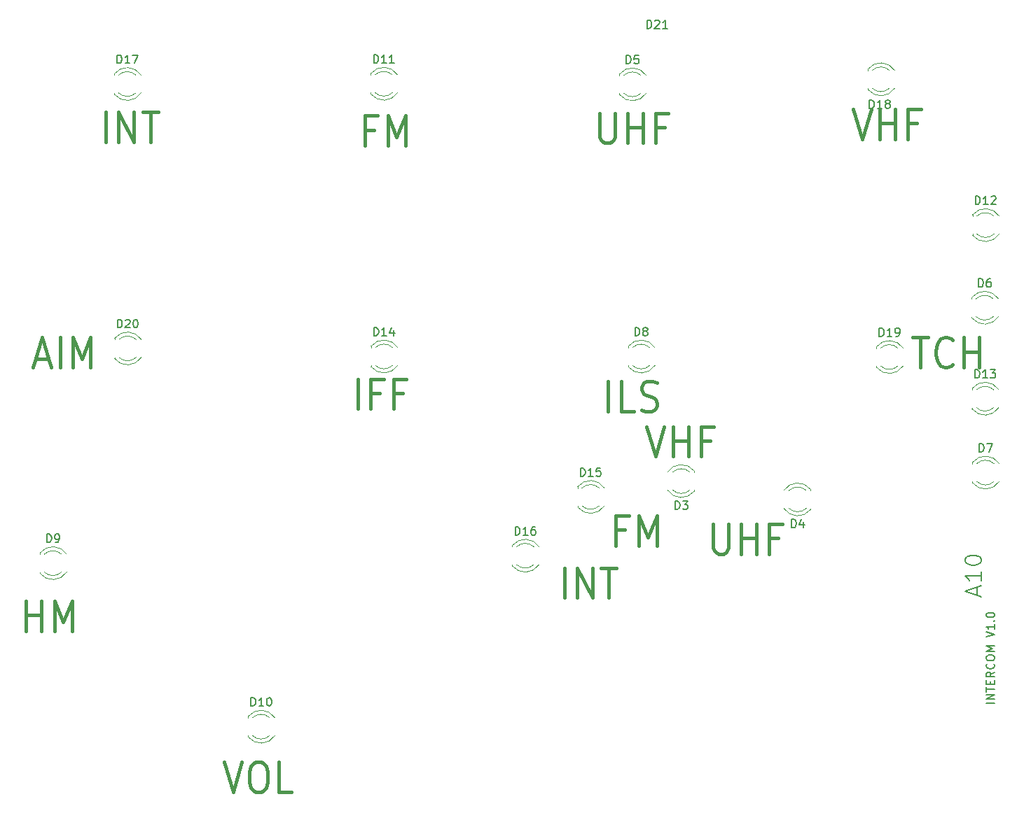
<source format=gbr>
%TF.GenerationSoftware,KiCad,Pcbnew,7.0.9*%
%TF.CreationDate,2023-11-26T15:46:12+10:00*%
%TF.ProjectId,INTERCOMM BACKLIGHT VALIDATION,494e5445-5243-44f4-9d4d-204241434b4c,rev?*%
%TF.SameCoordinates,Original*%
%TF.FileFunction,Legend,Top*%
%TF.FilePolarity,Positive*%
%FSLAX46Y46*%
G04 Gerber Fmt 4.6, Leading zero omitted, Abs format (unit mm)*
G04 Created by KiCad (PCBNEW 7.0.9) date 2023-11-26 15:46:12*
%MOMM*%
%LPD*%
G01*
G04 APERTURE LIST*
%ADD10C,0.449451*%
%ADD11C,0.150000*%
%ADD12C,0.120000*%
G04 APERTURE END LIST*
D10*
X90019849Y-85992710D02*
X91560826Y-85992710D01*
X89711653Y-87020028D02*
X90790337Y-83424413D01*
X90790337Y-83424413D02*
X91869022Y-87020028D01*
X92947706Y-87020028D02*
X92947706Y-83424413D01*
X94488684Y-87020028D02*
X94488684Y-83424413D01*
X94488684Y-83424413D02*
X95567369Y-85992710D01*
X95567369Y-85992710D02*
X96646053Y-83424413D01*
X96646053Y-83424413D02*
X96646053Y-87020028D01*
X171926179Y-106004413D02*
X171926179Y-108915149D01*
X171926179Y-108915149D02*
X172080277Y-109257589D01*
X172080277Y-109257589D02*
X172234375Y-109428809D01*
X172234375Y-109428809D02*
X172542570Y-109600028D01*
X172542570Y-109600028D02*
X173158961Y-109600028D01*
X173158961Y-109600028D02*
X173467157Y-109428809D01*
X173467157Y-109428809D02*
X173621255Y-109257589D01*
X173621255Y-109257589D02*
X173775352Y-108915149D01*
X173775352Y-108915149D02*
X173775352Y-106004413D01*
X175316330Y-109600028D02*
X175316330Y-106004413D01*
X175316330Y-107716611D02*
X177165503Y-107716611D01*
X177165503Y-109600028D02*
X177165503Y-106004413D01*
X179785166Y-107716611D02*
X178706481Y-107716611D01*
X178706481Y-109600028D02*
X178706481Y-106004413D01*
X178706481Y-106004413D02*
X180247459Y-106004413D01*
X163849360Y-94214413D02*
X164928044Y-97810028D01*
X164928044Y-97810028D02*
X166006729Y-94214413D01*
X167085413Y-97810028D02*
X167085413Y-94214413D01*
X167085413Y-95926611D02*
X168934586Y-95926611D01*
X168934586Y-97810028D02*
X168934586Y-94214413D01*
X171554249Y-95926611D02*
X170475564Y-95926611D01*
X170475564Y-97810028D02*
X170475564Y-94214413D01*
X170475564Y-94214413D02*
X172016542Y-94214413D01*
X161241376Y-106716611D02*
X160162691Y-106716611D01*
X160162691Y-108600028D02*
X160162691Y-105004413D01*
X160162691Y-105004413D02*
X161703669Y-105004413D01*
X162936451Y-108600028D02*
X162936451Y-105004413D01*
X162936451Y-105004413D02*
X164015136Y-107572710D01*
X164015136Y-107572710D02*
X165093820Y-105004413D01*
X165093820Y-105004413D02*
X165093820Y-108600028D01*
X153918104Y-114920028D02*
X153918104Y-111324413D01*
X155459082Y-114920028D02*
X155459082Y-111324413D01*
X155459082Y-111324413D02*
X157308255Y-114920028D01*
X157308255Y-114920028D02*
X157308255Y-111324413D01*
X158386940Y-111324413D02*
X160236113Y-111324413D01*
X159311527Y-114920028D02*
X159311527Y-111324413D01*
X112776409Y-134804413D02*
X113855093Y-138400028D01*
X113855093Y-138400028D02*
X114933778Y-134804413D01*
X116628853Y-134804413D02*
X117245244Y-134804413D01*
X117245244Y-134804413D02*
X117553440Y-134975633D01*
X117553440Y-134975633D02*
X117861635Y-135318073D01*
X117861635Y-135318073D02*
X118015733Y-136002952D01*
X118015733Y-136002952D02*
X118015733Y-137201490D01*
X118015733Y-137201490D02*
X117861635Y-137886369D01*
X117861635Y-137886369D02*
X117553440Y-138228809D01*
X117553440Y-138228809D02*
X117245244Y-138400028D01*
X117245244Y-138400028D02*
X116628853Y-138400028D01*
X116628853Y-138400028D02*
X116320658Y-138228809D01*
X116320658Y-138228809D02*
X116012462Y-137886369D01*
X116012462Y-137886369D02*
X115858365Y-137201490D01*
X115858365Y-137201490D02*
X115858365Y-136002952D01*
X115858365Y-136002952D02*
X116012462Y-135318073D01*
X116012462Y-135318073D02*
X116320658Y-134975633D01*
X116320658Y-134975633D02*
X116628853Y-134804413D01*
X120943591Y-138400028D02*
X119402613Y-138400028D01*
X119402613Y-138400028D02*
X119402613Y-134804413D01*
X88876240Y-118920028D02*
X88876240Y-115324413D01*
X88876240Y-117036611D02*
X90725413Y-117036611D01*
X90725413Y-118920028D02*
X90725413Y-115324413D01*
X92266391Y-118920028D02*
X92266391Y-115324413D01*
X92266391Y-115324413D02*
X93345076Y-117892710D01*
X93345076Y-117892710D02*
X94423760Y-115324413D01*
X94423760Y-115324413D02*
X94423760Y-118920028D01*
X196052311Y-83424413D02*
X197901484Y-83424413D01*
X196976898Y-87020028D02*
X196976898Y-83424413D01*
X200829341Y-86677589D02*
X200675244Y-86848809D01*
X200675244Y-86848809D02*
X200212950Y-87020028D01*
X200212950Y-87020028D02*
X199904755Y-87020028D01*
X199904755Y-87020028D02*
X199442462Y-86848809D01*
X199442462Y-86848809D02*
X199134266Y-86506369D01*
X199134266Y-86506369D02*
X198980168Y-86163929D01*
X198980168Y-86163929D02*
X198826071Y-85479050D01*
X198826071Y-85479050D02*
X198826071Y-84965391D01*
X198826071Y-84965391D02*
X198980168Y-84280512D01*
X198980168Y-84280512D02*
X199134266Y-83938073D01*
X199134266Y-83938073D02*
X199442462Y-83595633D01*
X199442462Y-83595633D02*
X199904755Y-83424413D01*
X199904755Y-83424413D02*
X200212950Y-83424413D01*
X200212950Y-83424413D02*
X200675244Y-83595633D01*
X200675244Y-83595633D02*
X200829341Y-83766853D01*
X202216221Y-87020028D02*
X202216221Y-83424413D01*
X202216221Y-85136611D02*
X204065394Y-85136611D01*
X204065394Y-87020028D02*
X204065394Y-83424413D01*
X159229191Y-92340028D02*
X159229191Y-88744413D01*
X162311147Y-92340028D02*
X160770169Y-92340028D01*
X160770169Y-92340028D02*
X160770169Y-88744413D01*
X163235734Y-92168809D02*
X163698027Y-92340028D01*
X163698027Y-92340028D02*
X164468516Y-92340028D01*
X164468516Y-92340028D02*
X164776711Y-92168809D01*
X164776711Y-92168809D02*
X164930809Y-91997589D01*
X164930809Y-91997589D02*
X165084907Y-91655149D01*
X165084907Y-91655149D02*
X165084907Y-91312710D01*
X165084907Y-91312710D02*
X164930809Y-90970270D01*
X164930809Y-90970270D02*
X164776711Y-90799050D01*
X164776711Y-90799050D02*
X164468516Y-90627831D01*
X164468516Y-90627831D02*
X163852125Y-90456611D01*
X163852125Y-90456611D02*
X163543929Y-90285391D01*
X163543929Y-90285391D02*
X163389831Y-90114171D01*
X163389831Y-90114171D02*
X163235734Y-89771732D01*
X163235734Y-89771732D02*
X163235734Y-89429292D01*
X163235734Y-89429292D02*
X163389831Y-89086853D01*
X163389831Y-89086853D02*
X163543929Y-88915633D01*
X163543929Y-88915633D02*
X163852125Y-88744413D01*
X163852125Y-88744413D02*
X164622613Y-88744413D01*
X164622613Y-88744413D02*
X165084907Y-88915633D01*
X128986239Y-92060028D02*
X128986239Y-88464413D01*
X131605902Y-90176611D02*
X130527217Y-90176611D01*
X130527217Y-92060028D02*
X130527217Y-88464413D01*
X130527217Y-88464413D02*
X132068195Y-88464413D01*
X134379662Y-90176611D02*
X133300977Y-90176611D01*
X133300977Y-92060028D02*
X133300977Y-88464413D01*
X133300977Y-88464413D02*
X134841955Y-88464413D01*
X188839360Y-55814413D02*
X189918044Y-59410028D01*
X189918044Y-59410028D02*
X190996729Y-55814413D01*
X192075413Y-59410028D02*
X192075413Y-55814413D01*
X192075413Y-57526611D02*
X193924586Y-57526611D01*
X193924586Y-59410028D02*
X193924586Y-55814413D01*
X196544249Y-57526611D02*
X195465564Y-57526611D01*
X195465564Y-59410028D02*
X195465564Y-55814413D01*
X195465564Y-55814413D02*
X197006542Y-55814413D01*
X158173457Y-56264413D02*
X158173457Y-59175149D01*
X158173457Y-59175149D02*
X158327555Y-59517589D01*
X158327555Y-59517589D02*
X158481653Y-59688809D01*
X158481653Y-59688809D02*
X158789848Y-59860028D01*
X158789848Y-59860028D02*
X159406239Y-59860028D01*
X159406239Y-59860028D02*
X159714435Y-59688809D01*
X159714435Y-59688809D02*
X159868533Y-59517589D01*
X159868533Y-59517589D02*
X160022630Y-59175149D01*
X160022630Y-59175149D02*
X160022630Y-56264413D01*
X161563608Y-59860028D02*
X161563608Y-56264413D01*
X161563608Y-57976611D02*
X163412781Y-57976611D01*
X163412781Y-59860028D02*
X163412781Y-56264413D01*
X166032444Y-57976611D02*
X164953759Y-57976611D01*
X164953759Y-59860028D02*
X164953759Y-56264413D01*
X164953759Y-56264413D02*
X166494737Y-56264413D01*
X130893120Y-58306611D02*
X129814435Y-58306611D01*
X129814435Y-60190028D02*
X129814435Y-56594413D01*
X129814435Y-56594413D02*
X131355413Y-56594413D01*
X132588195Y-60190028D02*
X132588195Y-56594413D01*
X132588195Y-56594413D02*
X133666880Y-59162710D01*
X133666880Y-59162710D02*
X134745564Y-56594413D01*
X134745564Y-56594413D02*
X134745564Y-60190028D01*
X98482142Y-59730028D02*
X98482142Y-56134413D01*
X100023120Y-59730028D02*
X100023120Y-56134413D01*
X100023120Y-56134413D02*
X101872293Y-59730028D01*
X101872293Y-59730028D02*
X101872293Y-56134413D01*
X102950978Y-56134413D02*
X104800151Y-56134413D01*
X103875565Y-59730028D02*
X103875565Y-56134413D01*
D11*
X205919819Y-127673220D02*
X204919819Y-127673220D01*
X205919819Y-127197030D02*
X204919819Y-127197030D01*
X204919819Y-127197030D02*
X205919819Y-126625602D01*
X205919819Y-126625602D02*
X204919819Y-126625602D01*
X204919819Y-126292268D02*
X204919819Y-125720840D01*
X205919819Y-126006554D02*
X204919819Y-126006554D01*
X205396009Y-125387506D02*
X205396009Y-125054173D01*
X205919819Y-124911316D02*
X205919819Y-125387506D01*
X205919819Y-125387506D02*
X204919819Y-125387506D01*
X204919819Y-125387506D02*
X204919819Y-124911316D01*
X205919819Y-123911316D02*
X205443628Y-124244649D01*
X205919819Y-124482744D02*
X204919819Y-124482744D01*
X204919819Y-124482744D02*
X204919819Y-124101792D01*
X204919819Y-124101792D02*
X204967438Y-124006554D01*
X204967438Y-124006554D02*
X205015057Y-123958935D01*
X205015057Y-123958935D02*
X205110295Y-123911316D01*
X205110295Y-123911316D02*
X205253152Y-123911316D01*
X205253152Y-123911316D02*
X205348390Y-123958935D01*
X205348390Y-123958935D02*
X205396009Y-124006554D01*
X205396009Y-124006554D02*
X205443628Y-124101792D01*
X205443628Y-124101792D02*
X205443628Y-124482744D01*
X205824580Y-122911316D02*
X205872200Y-122958935D01*
X205872200Y-122958935D02*
X205919819Y-123101792D01*
X205919819Y-123101792D02*
X205919819Y-123197030D01*
X205919819Y-123197030D02*
X205872200Y-123339887D01*
X205872200Y-123339887D02*
X205776961Y-123435125D01*
X205776961Y-123435125D02*
X205681723Y-123482744D01*
X205681723Y-123482744D02*
X205491247Y-123530363D01*
X205491247Y-123530363D02*
X205348390Y-123530363D01*
X205348390Y-123530363D02*
X205157914Y-123482744D01*
X205157914Y-123482744D02*
X205062676Y-123435125D01*
X205062676Y-123435125D02*
X204967438Y-123339887D01*
X204967438Y-123339887D02*
X204919819Y-123197030D01*
X204919819Y-123197030D02*
X204919819Y-123101792D01*
X204919819Y-123101792D02*
X204967438Y-122958935D01*
X204967438Y-122958935D02*
X205015057Y-122911316D01*
X204919819Y-122292268D02*
X204919819Y-122101792D01*
X204919819Y-122101792D02*
X204967438Y-122006554D01*
X204967438Y-122006554D02*
X205062676Y-121911316D01*
X205062676Y-121911316D02*
X205253152Y-121863697D01*
X205253152Y-121863697D02*
X205586485Y-121863697D01*
X205586485Y-121863697D02*
X205776961Y-121911316D01*
X205776961Y-121911316D02*
X205872200Y-122006554D01*
X205872200Y-122006554D02*
X205919819Y-122101792D01*
X205919819Y-122101792D02*
X205919819Y-122292268D01*
X205919819Y-122292268D02*
X205872200Y-122387506D01*
X205872200Y-122387506D02*
X205776961Y-122482744D01*
X205776961Y-122482744D02*
X205586485Y-122530363D01*
X205586485Y-122530363D02*
X205253152Y-122530363D01*
X205253152Y-122530363D02*
X205062676Y-122482744D01*
X205062676Y-122482744D02*
X204967438Y-122387506D01*
X204967438Y-122387506D02*
X204919819Y-122292268D01*
X205919819Y-121435125D02*
X204919819Y-121435125D01*
X204919819Y-121435125D02*
X205634104Y-121101792D01*
X205634104Y-121101792D02*
X204919819Y-120768459D01*
X204919819Y-120768459D02*
X205919819Y-120768459D01*
X204919819Y-119673220D02*
X205919819Y-119339887D01*
X205919819Y-119339887D02*
X204919819Y-119006554D01*
X205919819Y-118149411D02*
X205919819Y-118720839D01*
X205919819Y-118435125D02*
X204919819Y-118435125D01*
X204919819Y-118435125D02*
X205062676Y-118530363D01*
X205062676Y-118530363D02*
X205157914Y-118625601D01*
X205157914Y-118625601D02*
X205205533Y-118720839D01*
X205824580Y-117720839D02*
X205872200Y-117673220D01*
X205872200Y-117673220D02*
X205919819Y-117720839D01*
X205919819Y-117720839D02*
X205872200Y-117768458D01*
X205872200Y-117768458D02*
X205824580Y-117720839D01*
X205824580Y-117720839D02*
X205919819Y-117720839D01*
X204919819Y-117054173D02*
X204919819Y-116958935D01*
X204919819Y-116958935D02*
X204967438Y-116863697D01*
X204967438Y-116863697D02*
X205015057Y-116816078D01*
X205015057Y-116816078D02*
X205110295Y-116768459D01*
X205110295Y-116768459D02*
X205300771Y-116720840D01*
X205300771Y-116720840D02*
X205538866Y-116720840D01*
X205538866Y-116720840D02*
X205729342Y-116768459D01*
X205729342Y-116768459D02*
X205824580Y-116816078D01*
X205824580Y-116816078D02*
X205872200Y-116863697D01*
X205872200Y-116863697D02*
X205919819Y-116958935D01*
X205919819Y-116958935D02*
X205919819Y-117054173D01*
X205919819Y-117054173D02*
X205872200Y-117149411D01*
X205872200Y-117149411D02*
X205824580Y-117197030D01*
X205824580Y-117197030D02*
X205729342Y-117244649D01*
X205729342Y-117244649D02*
X205538866Y-117292268D01*
X205538866Y-117292268D02*
X205300771Y-117292268D01*
X205300771Y-117292268D02*
X205110295Y-117244649D01*
X205110295Y-117244649D02*
X205015057Y-117197030D01*
X205015057Y-117197030D02*
X204967438Y-117149411D01*
X204967438Y-117149411D02*
X204919819Y-117054173D01*
X203776009Y-114580363D02*
X203776009Y-113627982D01*
X204347438Y-114770839D02*
X202347438Y-114104173D01*
X202347438Y-114104173D02*
X204347438Y-113437506D01*
X204347438Y-111723220D02*
X204347438Y-112866077D01*
X204347438Y-112294649D02*
X202347438Y-112294649D01*
X202347438Y-112294649D02*
X202633152Y-112485125D01*
X202633152Y-112485125D02*
X202823628Y-112675601D01*
X202823628Y-112675601D02*
X202918866Y-112866077D01*
X202347438Y-110485125D02*
X202347438Y-110294648D01*
X202347438Y-110294648D02*
X202442676Y-110104172D01*
X202442676Y-110104172D02*
X202537914Y-110008934D01*
X202537914Y-110008934D02*
X202728390Y-109913696D01*
X202728390Y-109913696D02*
X203109342Y-109818458D01*
X203109342Y-109818458D02*
X203585533Y-109818458D01*
X203585533Y-109818458D02*
X203966485Y-109913696D01*
X203966485Y-109913696D02*
X204156961Y-110008934D01*
X204156961Y-110008934D02*
X204252200Y-110104172D01*
X204252200Y-110104172D02*
X204347438Y-110294648D01*
X204347438Y-110294648D02*
X204347438Y-110485125D01*
X204347438Y-110485125D02*
X204252200Y-110675601D01*
X204252200Y-110675601D02*
X204156961Y-110770839D01*
X204156961Y-110770839D02*
X203966485Y-110866077D01*
X203966485Y-110866077D02*
X203585533Y-110961315D01*
X203585533Y-110961315D02*
X203109342Y-110961315D01*
X203109342Y-110961315D02*
X202728390Y-110866077D01*
X202728390Y-110866077D02*
X202537914Y-110770839D01*
X202537914Y-110770839D02*
X202442676Y-110675601D01*
X202442676Y-110675601D02*
X202347438Y-110485125D01*
X163908570Y-46014819D02*
X163908570Y-45014819D01*
X163908570Y-45014819D02*
X164146665Y-45014819D01*
X164146665Y-45014819D02*
X164289522Y-45062438D01*
X164289522Y-45062438D02*
X164384760Y-45157676D01*
X164384760Y-45157676D02*
X164432379Y-45252914D01*
X164432379Y-45252914D02*
X164479998Y-45443390D01*
X164479998Y-45443390D02*
X164479998Y-45586247D01*
X164479998Y-45586247D02*
X164432379Y-45776723D01*
X164432379Y-45776723D02*
X164384760Y-45871961D01*
X164384760Y-45871961D02*
X164289522Y-45967200D01*
X164289522Y-45967200D02*
X164146665Y-46014819D01*
X164146665Y-46014819D02*
X163908570Y-46014819D01*
X164860951Y-45110057D02*
X164908570Y-45062438D01*
X164908570Y-45062438D02*
X165003808Y-45014819D01*
X165003808Y-45014819D02*
X165241903Y-45014819D01*
X165241903Y-45014819D02*
X165337141Y-45062438D01*
X165337141Y-45062438D02*
X165384760Y-45110057D01*
X165384760Y-45110057D02*
X165432379Y-45205295D01*
X165432379Y-45205295D02*
X165432379Y-45300533D01*
X165432379Y-45300533D02*
X165384760Y-45443390D01*
X165384760Y-45443390D02*
X164813332Y-46014819D01*
X164813332Y-46014819D02*
X165432379Y-46014819D01*
X166384760Y-46014819D02*
X165813332Y-46014819D01*
X166099046Y-46014819D02*
X166099046Y-45014819D01*
X166099046Y-45014819D02*
X166003808Y-45157676D01*
X166003808Y-45157676D02*
X165908570Y-45252914D01*
X165908570Y-45252914D02*
X165813332Y-45300533D01*
X99905714Y-82244819D02*
X99905714Y-81244819D01*
X99905714Y-81244819D02*
X100143809Y-81244819D01*
X100143809Y-81244819D02*
X100286666Y-81292438D01*
X100286666Y-81292438D02*
X100381904Y-81387676D01*
X100381904Y-81387676D02*
X100429523Y-81482914D01*
X100429523Y-81482914D02*
X100477142Y-81673390D01*
X100477142Y-81673390D02*
X100477142Y-81816247D01*
X100477142Y-81816247D02*
X100429523Y-82006723D01*
X100429523Y-82006723D02*
X100381904Y-82101961D01*
X100381904Y-82101961D02*
X100286666Y-82197200D01*
X100286666Y-82197200D02*
X100143809Y-82244819D01*
X100143809Y-82244819D02*
X99905714Y-82244819D01*
X100858095Y-81340057D02*
X100905714Y-81292438D01*
X100905714Y-81292438D02*
X101000952Y-81244819D01*
X101000952Y-81244819D02*
X101239047Y-81244819D01*
X101239047Y-81244819D02*
X101334285Y-81292438D01*
X101334285Y-81292438D02*
X101381904Y-81340057D01*
X101381904Y-81340057D02*
X101429523Y-81435295D01*
X101429523Y-81435295D02*
X101429523Y-81530533D01*
X101429523Y-81530533D02*
X101381904Y-81673390D01*
X101381904Y-81673390D02*
X100810476Y-82244819D01*
X100810476Y-82244819D02*
X101429523Y-82244819D01*
X102048571Y-81244819D02*
X102143809Y-81244819D01*
X102143809Y-81244819D02*
X102239047Y-81292438D01*
X102239047Y-81292438D02*
X102286666Y-81340057D01*
X102286666Y-81340057D02*
X102334285Y-81435295D01*
X102334285Y-81435295D02*
X102381904Y-81625771D01*
X102381904Y-81625771D02*
X102381904Y-81863866D01*
X102381904Y-81863866D02*
X102334285Y-82054342D01*
X102334285Y-82054342D02*
X102286666Y-82149580D01*
X102286666Y-82149580D02*
X102239047Y-82197200D01*
X102239047Y-82197200D02*
X102143809Y-82244819D01*
X102143809Y-82244819D02*
X102048571Y-82244819D01*
X102048571Y-82244819D02*
X101953333Y-82197200D01*
X101953333Y-82197200D02*
X101905714Y-82149580D01*
X101905714Y-82149580D02*
X101858095Y-82054342D01*
X101858095Y-82054342D02*
X101810476Y-81863866D01*
X101810476Y-81863866D02*
X101810476Y-81625771D01*
X101810476Y-81625771D02*
X101858095Y-81435295D01*
X101858095Y-81435295D02*
X101905714Y-81340057D01*
X101905714Y-81340057D02*
X101953333Y-81292438D01*
X101953333Y-81292438D02*
X102048571Y-81244819D01*
X191990714Y-83284819D02*
X191990714Y-82284819D01*
X191990714Y-82284819D02*
X192228809Y-82284819D01*
X192228809Y-82284819D02*
X192371666Y-82332438D01*
X192371666Y-82332438D02*
X192466904Y-82427676D01*
X192466904Y-82427676D02*
X192514523Y-82522914D01*
X192514523Y-82522914D02*
X192562142Y-82713390D01*
X192562142Y-82713390D02*
X192562142Y-82856247D01*
X192562142Y-82856247D02*
X192514523Y-83046723D01*
X192514523Y-83046723D02*
X192466904Y-83141961D01*
X192466904Y-83141961D02*
X192371666Y-83237200D01*
X192371666Y-83237200D02*
X192228809Y-83284819D01*
X192228809Y-83284819D02*
X191990714Y-83284819D01*
X193514523Y-83284819D02*
X192943095Y-83284819D01*
X193228809Y-83284819D02*
X193228809Y-82284819D01*
X193228809Y-82284819D02*
X193133571Y-82427676D01*
X193133571Y-82427676D02*
X193038333Y-82522914D01*
X193038333Y-82522914D02*
X192943095Y-82570533D01*
X193990714Y-83284819D02*
X194181190Y-83284819D01*
X194181190Y-83284819D02*
X194276428Y-83237200D01*
X194276428Y-83237200D02*
X194324047Y-83189580D01*
X194324047Y-83189580D02*
X194419285Y-83046723D01*
X194419285Y-83046723D02*
X194466904Y-82856247D01*
X194466904Y-82856247D02*
X194466904Y-82475295D01*
X194466904Y-82475295D02*
X194419285Y-82380057D01*
X194419285Y-82380057D02*
X194371666Y-82332438D01*
X194371666Y-82332438D02*
X194276428Y-82284819D01*
X194276428Y-82284819D02*
X194085952Y-82284819D01*
X194085952Y-82284819D02*
X193990714Y-82332438D01*
X193990714Y-82332438D02*
X193943095Y-82380057D01*
X193943095Y-82380057D02*
X193895476Y-82475295D01*
X193895476Y-82475295D02*
X193895476Y-82713390D01*
X193895476Y-82713390D02*
X193943095Y-82808628D01*
X193943095Y-82808628D02*
X193990714Y-82856247D01*
X193990714Y-82856247D02*
X194085952Y-82903866D01*
X194085952Y-82903866D02*
X194276428Y-82903866D01*
X194276428Y-82903866D02*
X194371666Y-82856247D01*
X194371666Y-82856247D02*
X194419285Y-82808628D01*
X194419285Y-82808628D02*
X194466904Y-82713390D01*
X190815714Y-55694819D02*
X190815714Y-54694819D01*
X190815714Y-54694819D02*
X191053809Y-54694819D01*
X191053809Y-54694819D02*
X191196666Y-54742438D01*
X191196666Y-54742438D02*
X191291904Y-54837676D01*
X191291904Y-54837676D02*
X191339523Y-54932914D01*
X191339523Y-54932914D02*
X191387142Y-55123390D01*
X191387142Y-55123390D02*
X191387142Y-55266247D01*
X191387142Y-55266247D02*
X191339523Y-55456723D01*
X191339523Y-55456723D02*
X191291904Y-55551961D01*
X191291904Y-55551961D02*
X191196666Y-55647200D01*
X191196666Y-55647200D02*
X191053809Y-55694819D01*
X191053809Y-55694819D02*
X190815714Y-55694819D01*
X192339523Y-55694819D02*
X191768095Y-55694819D01*
X192053809Y-55694819D02*
X192053809Y-54694819D01*
X192053809Y-54694819D02*
X191958571Y-54837676D01*
X191958571Y-54837676D02*
X191863333Y-54932914D01*
X191863333Y-54932914D02*
X191768095Y-54980533D01*
X192910952Y-55123390D02*
X192815714Y-55075771D01*
X192815714Y-55075771D02*
X192768095Y-55028152D01*
X192768095Y-55028152D02*
X192720476Y-54932914D01*
X192720476Y-54932914D02*
X192720476Y-54885295D01*
X192720476Y-54885295D02*
X192768095Y-54790057D01*
X192768095Y-54790057D02*
X192815714Y-54742438D01*
X192815714Y-54742438D02*
X192910952Y-54694819D01*
X192910952Y-54694819D02*
X193101428Y-54694819D01*
X193101428Y-54694819D02*
X193196666Y-54742438D01*
X193196666Y-54742438D02*
X193244285Y-54790057D01*
X193244285Y-54790057D02*
X193291904Y-54885295D01*
X193291904Y-54885295D02*
X193291904Y-54932914D01*
X193291904Y-54932914D02*
X193244285Y-55028152D01*
X193244285Y-55028152D02*
X193196666Y-55075771D01*
X193196666Y-55075771D02*
X193101428Y-55123390D01*
X193101428Y-55123390D02*
X192910952Y-55123390D01*
X192910952Y-55123390D02*
X192815714Y-55171009D01*
X192815714Y-55171009D02*
X192768095Y-55218628D01*
X192768095Y-55218628D02*
X192720476Y-55313866D01*
X192720476Y-55313866D02*
X192720476Y-55504342D01*
X192720476Y-55504342D02*
X192768095Y-55599580D01*
X192768095Y-55599580D02*
X192815714Y-55647200D01*
X192815714Y-55647200D02*
X192910952Y-55694819D01*
X192910952Y-55694819D02*
X193101428Y-55694819D01*
X193101428Y-55694819D02*
X193196666Y-55647200D01*
X193196666Y-55647200D02*
X193244285Y-55599580D01*
X193244285Y-55599580D02*
X193291904Y-55504342D01*
X193291904Y-55504342D02*
X193291904Y-55313866D01*
X193291904Y-55313866D02*
X193244285Y-55218628D01*
X193244285Y-55218628D02*
X193196666Y-55171009D01*
X193196666Y-55171009D02*
X193101428Y-55123390D01*
X99865714Y-50244819D02*
X99865714Y-49244819D01*
X99865714Y-49244819D02*
X100103809Y-49244819D01*
X100103809Y-49244819D02*
X100246666Y-49292438D01*
X100246666Y-49292438D02*
X100341904Y-49387676D01*
X100341904Y-49387676D02*
X100389523Y-49482914D01*
X100389523Y-49482914D02*
X100437142Y-49673390D01*
X100437142Y-49673390D02*
X100437142Y-49816247D01*
X100437142Y-49816247D02*
X100389523Y-50006723D01*
X100389523Y-50006723D02*
X100341904Y-50101961D01*
X100341904Y-50101961D02*
X100246666Y-50197200D01*
X100246666Y-50197200D02*
X100103809Y-50244819D01*
X100103809Y-50244819D02*
X99865714Y-50244819D01*
X101389523Y-50244819D02*
X100818095Y-50244819D01*
X101103809Y-50244819D02*
X101103809Y-49244819D01*
X101103809Y-49244819D02*
X101008571Y-49387676D01*
X101008571Y-49387676D02*
X100913333Y-49482914D01*
X100913333Y-49482914D02*
X100818095Y-49530533D01*
X101722857Y-49244819D02*
X102389523Y-49244819D01*
X102389523Y-49244819D02*
X101960952Y-50244819D01*
X147980714Y-107324819D02*
X147980714Y-106324819D01*
X147980714Y-106324819D02*
X148218809Y-106324819D01*
X148218809Y-106324819D02*
X148361666Y-106372438D01*
X148361666Y-106372438D02*
X148456904Y-106467676D01*
X148456904Y-106467676D02*
X148504523Y-106562914D01*
X148504523Y-106562914D02*
X148552142Y-106753390D01*
X148552142Y-106753390D02*
X148552142Y-106896247D01*
X148552142Y-106896247D02*
X148504523Y-107086723D01*
X148504523Y-107086723D02*
X148456904Y-107181961D01*
X148456904Y-107181961D02*
X148361666Y-107277200D01*
X148361666Y-107277200D02*
X148218809Y-107324819D01*
X148218809Y-107324819D02*
X147980714Y-107324819D01*
X149504523Y-107324819D02*
X148933095Y-107324819D01*
X149218809Y-107324819D02*
X149218809Y-106324819D01*
X149218809Y-106324819D02*
X149123571Y-106467676D01*
X149123571Y-106467676D02*
X149028333Y-106562914D01*
X149028333Y-106562914D02*
X148933095Y-106610533D01*
X150361666Y-106324819D02*
X150171190Y-106324819D01*
X150171190Y-106324819D02*
X150075952Y-106372438D01*
X150075952Y-106372438D02*
X150028333Y-106420057D01*
X150028333Y-106420057D02*
X149933095Y-106562914D01*
X149933095Y-106562914D02*
X149885476Y-106753390D01*
X149885476Y-106753390D02*
X149885476Y-107134342D01*
X149885476Y-107134342D02*
X149933095Y-107229580D01*
X149933095Y-107229580D02*
X149980714Y-107277200D01*
X149980714Y-107277200D02*
X150075952Y-107324819D01*
X150075952Y-107324819D02*
X150266428Y-107324819D01*
X150266428Y-107324819D02*
X150361666Y-107277200D01*
X150361666Y-107277200D02*
X150409285Y-107229580D01*
X150409285Y-107229580D02*
X150456904Y-107134342D01*
X150456904Y-107134342D02*
X150456904Y-106896247D01*
X150456904Y-106896247D02*
X150409285Y-106801009D01*
X150409285Y-106801009D02*
X150361666Y-106753390D01*
X150361666Y-106753390D02*
X150266428Y-106705771D01*
X150266428Y-106705771D02*
X150075952Y-106705771D01*
X150075952Y-106705771D02*
X149980714Y-106753390D01*
X149980714Y-106753390D02*
X149933095Y-106801009D01*
X149933095Y-106801009D02*
X149885476Y-106896247D01*
X155875714Y-100214819D02*
X155875714Y-99214819D01*
X155875714Y-99214819D02*
X156113809Y-99214819D01*
X156113809Y-99214819D02*
X156256666Y-99262438D01*
X156256666Y-99262438D02*
X156351904Y-99357676D01*
X156351904Y-99357676D02*
X156399523Y-99452914D01*
X156399523Y-99452914D02*
X156447142Y-99643390D01*
X156447142Y-99643390D02*
X156447142Y-99786247D01*
X156447142Y-99786247D02*
X156399523Y-99976723D01*
X156399523Y-99976723D02*
X156351904Y-100071961D01*
X156351904Y-100071961D02*
X156256666Y-100167200D01*
X156256666Y-100167200D02*
X156113809Y-100214819D01*
X156113809Y-100214819D02*
X155875714Y-100214819D01*
X157399523Y-100214819D02*
X156828095Y-100214819D01*
X157113809Y-100214819D02*
X157113809Y-99214819D01*
X157113809Y-99214819D02*
X157018571Y-99357676D01*
X157018571Y-99357676D02*
X156923333Y-99452914D01*
X156923333Y-99452914D02*
X156828095Y-99500533D01*
X158304285Y-99214819D02*
X157828095Y-99214819D01*
X157828095Y-99214819D02*
X157780476Y-99691009D01*
X157780476Y-99691009D02*
X157828095Y-99643390D01*
X157828095Y-99643390D02*
X157923333Y-99595771D01*
X157923333Y-99595771D02*
X158161428Y-99595771D01*
X158161428Y-99595771D02*
X158256666Y-99643390D01*
X158256666Y-99643390D02*
X158304285Y-99691009D01*
X158304285Y-99691009D02*
X158351904Y-99786247D01*
X158351904Y-99786247D02*
X158351904Y-100024342D01*
X158351904Y-100024342D02*
X158304285Y-100119580D01*
X158304285Y-100119580D02*
X158256666Y-100167200D01*
X158256666Y-100167200D02*
X158161428Y-100214819D01*
X158161428Y-100214819D02*
X157923333Y-100214819D01*
X157923333Y-100214819D02*
X157828095Y-100167200D01*
X157828095Y-100167200D02*
X157780476Y-100119580D01*
X130895714Y-83214819D02*
X130895714Y-82214819D01*
X130895714Y-82214819D02*
X131133809Y-82214819D01*
X131133809Y-82214819D02*
X131276666Y-82262438D01*
X131276666Y-82262438D02*
X131371904Y-82357676D01*
X131371904Y-82357676D02*
X131419523Y-82452914D01*
X131419523Y-82452914D02*
X131467142Y-82643390D01*
X131467142Y-82643390D02*
X131467142Y-82786247D01*
X131467142Y-82786247D02*
X131419523Y-82976723D01*
X131419523Y-82976723D02*
X131371904Y-83071961D01*
X131371904Y-83071961D02*
X131276666Y-83167200D01*
X131276666Y-83167200D02*
X131133809Y-83214819D01*
X131133809Y-83214819D02*
X130895714Y-83214819D01*
X132419523Y-83214819D02*
X131848095Y-83214819D01*
X132133809Y-83214819D02*
X132133809Y-82214819D01*
X132133809Y-82214819D02*
X132038571Y-82357676D01*
X132038571Y-82357676D02*
X131943333Y-82452914D01*
X131943333Y-82452914D02*
X131848095Y-82500533D01*
X133276666Y-82548152D02*
X133276666Y-83214819D01*
X133038571Y-82167200D02*
X132800476Y-82881485D01*
X132800476Y-82881485D02*
X133419523Y-82881485D01*
X203555714Y-88324819D02*
X203555714Y-87324819D01*
X203555714Y-87324819D02*
X203793809Y-87324819D01*
X203793809Y-87324819D02*
X203936666Y-87372438D01*
X203936666Y-87372438D02*
X204031904Y-87467676D01*
X204031904Y-87467676D02*
X204079523Y-87562914D01*
X204079523Y-87562914D02*
X204127142Y-87753390D01*
X204127142Y-87753390D02*
X204127142Y-87896247D01*
X204127142Y-87896247D02*
X204079523Y-88086723D01*
X204079523Y-88086723D02*
X204031904Y-88181961D01*
X204031904Y-88181961D02*
X203936666Y-88277200D01*
X203936666Y-88277200D02*
X203793809Y-88324819D01*
X203793809Y-88324819D02*
X203555714Y-88324819D01*
X205079523Y-88324819D02*
X204508095Y-88324819D01*
X204793809Y-88324819D02*
X204793809Y-87324819D01*
X204793809Y-87324819D02*
X204698571Y-87467676D01*
X204698571Y-87467676D02*
X204603333Y-87562914D01*
X204603333Y-87562914D02*
X204508095Y-87610533D01*
X205412857Y-87324819D02*
X206031904Y-87324819D01*
X206031904Y-87324819D02*
X205698571Y-87705771D01*
X205698571Y-87705771D02*
X205841428Y-87705771D01*
X205841428Y-87705771D02*
X205936666Y-87753390D01*
X205936666Y-87753390D02*
X205984285Y-87801009D01*
X205984285Y-87801009D02*
X206031904Y-87896247D01*
X206031904Y-87896247D02*
X206031904Y-88134342D01*
X206031904Y-88134342D02*
X205984285Y-88229580D01*
X205984285Y-88229580D02*
X205936666Y-88277200D01*
X205936666Y-88277200D02*
X205841428Y-88324819D01*
X205841428Y-88324819D02*
X205555714Y-88324819D01*
X205555714Y-88324819D02*
X205460476Y-88277200D01*
X205460476Y-88277200D02*
X205412857Y-88229580D01*
X203610714Y-67314819D02*
X203610714Y-66314819D01*
X203610714Y-66314819D02*
X203848809Y-66314819D01*
X203848809Y-66314819D02*
X203991666Y-66362438D01*
X203991666Y-66362438D02*
X204086904Y-66457676D01*
X204086904Y-66457676D02*
X204134523Y-66552914D01*
X204134523Y-66552914D02*
X204182142Y-66743390D01*
X204182142Y-66743390D02*
X204182142Y-66886247D01*
X204182142Y-66886247D02*
X204134523Y-67076723D01*
X204134523Y-67076723D02*
X204086904Y-67171961D01*
X204086904Y-67171961D02*
X203991666Y-67267200D01*
X203991666Y-67267200D02*
X203848809Y-67314819D01*
X203848809Y-67314819D02*
X203610714Y-67314819D01*
X205134523Y-67314819D02*
X204563095Y-67314819D01*
X204848809Y-67314819D02*
X204848809Y-66314819D01*
X204848809Y-66314819D02*
X204753571Y-66457676D01*
X204753571Y-66457676D02*
X204658333Y-66552914D01*
X204658333Y-66552914D02*
X204563095Y-66600533D01*
X205515476Y-66410057D02*
X205563095Y-66362438D01*
X205563095Y-66362438D02*
X205658333Y-66314819D01*
X205658333Y-66314819D02*
X205896428Y-66314819D01*
X205896428Y-66314819D02*
X205991666Y-66362438D01*
X205991666Y-66362438D02*
X206039285Y-66410057D01*
X206039285Y-66410057D02*
X206086904Y-66505295D01*
X206086904Y-66505295D02*
X206086904Y-66600533D01*
X206086904Y-66600533D02*
X206039285Y-66743390D01*
X206039285Y-66743390D02*
X205467857Y-67314819D01*
X205467857Y-67314819D02*
X206086904Y-67314819D01*
X130875714Y-50214819D02*
X130875714Y-49214819D01*
X130875714Y-49214819D02*
X131113809Y-49214819D01*
X131113809Y-49214819D02*
X131256666Y-49262438D01*
X131256666Y-49262438D02*
X131351904Y-49357676D01*
X131351904Y-49357676D02*
X131399523Y-49452914D01*
X131399523Y-49452914D02*
X131447142Y-49643390D01*
X131447142Y-49643390D02*
X131447142Y-49786247D01*
X131447142Y-49786247D02*
X131399523Y-49976723D01*
X131399523Y-49976723D02*
X131351904Y-50071961D01*
X131351904Y-50071961D02*
X131256666Y-50167200D01*
X131256666Y-50167200D02*
X131113809Y-50214819D01*
X131113809Y-50214819D02*
X130875714Y-50214819D01*
X132399523Y-50214819D02*
X131828095Y-50214819D01*
X132113809Y-50214819D02*
X132113809Y-49214819D01*
X132113809Y-49214819D02*
X132018571Y-49357676D01*
X132018571Y-49357676D02*
X131923333Y-49452914D01*
X131923333Y-49452914D02*
X131828095Y-49500533D01*
X133351904Y-50214819D02*
X132780476Y-50214819D01*
X133066190Y-50214819D02*
X133066190Y-49214819D01*
X133066190Y-49214819D02*
X132970952Y-49357676D01*
X132970952Y-49357676D02*
X132875714Y-49452914D01*
X132875714Y-49452914D02*
X132780476Y-49500533D01*
X116045714Y-128014819D02*
X116045714Y-127014819D01*
X116045714Y-127014819D02*
X116283809Y-127014819D01*
X116283809Y-127014819D02*
X116426666Y-127062438D01*
X116426666Y-127062438D02*
X116521904Y-127157676D01*
X116521904Y-127157676D02*
X116569523Y-127252914D01*
X116569523Y-127252914D02*
X116617142Y-127443390D01*
X116617142Y-127443390D02*
X116617142Y-127586247D01*
X116617142Y-127586247D02*
X116569523Y-127776723D01*
X116569523Y-127776723D02*
X116521904Y-127871961D01*
X116521904Y-127871961D02*
X116426666Y-127967200D01*
X116426666Y-127967200D02*
X116283809Y-128014819D01*
X116283809Y-128014819D02*
X116045714Y-128014819D01*
X117569523Y-128014819D02*
X116998095Y-128014819D01*
X117283809Y-128014819D02*
X117283809Y-127014819D01*
X117283809Y-127014819D02*
X117188571Y-127157676D01*
X117188571Y-127157676D02*
X117093333Y-127252914D01*
X117093333Y-127252914D02*
X116998095Y-127300533D01*
X118188571Y-127014819D02*
X118283809Y-127014819D01*
X118283809Y-127014819D02*
X118379047Y-127062438D01*
X118379047Y-127062438D02*
X118426666Y-127110057D01*
X118426666Y-127110057D02*
X118474285Y-127205295D01*
X118474285Y-127205295D02*
X118521904Y-127395771D01*
X118521904Y-127395771D02*
X118521904Y-127633866D01*
X118521904Y-127633866D02*
X118474285Y-127824342D01*
X118474285Y-127824342D02*
X118426666Y-127919580D01*
X118426666Y-127919580D02*
X118379047Y-127967200D01*
X118379047Y-127967200D02*
X118283809Y-128014819D01*
X118283809Y-128014819D02*
X118188571Y-128014819D01*
X118188571Y-128014819D02*
X118093333Y-127967200D01*
X118093333Y-127967200D02*
X118045714Y-127919580D01*
X118045714Y-127919580D02*
X117998095Y-127824342D01*
X117998095Y-127824342D02*
X117950476Y-127633866D01*
X117950476Y-127633866D02*
X117950476Y-127395771D01*
X117950476Y-127395771D02*
X117998095Y-127205295D01*
X117998095Y-127205295D02*
X118045714Y-127110057D01*
X118045714Y-127110057D02*
X118093333Y-127062438D01*
X118093333Y-127062438D02*
X118188571Y-127014819D01*
X91356905Y-108224819D02*
X91356905Y-107224819D01*
X91356905Y-107224819D02*
X91595000Y-107224819D01*
X91595000Y-107224819D02*
X91737857Y-107272438D01*
X91737857Y-107272438D02*
X91833095Y-107367676D01*
X91833095Y-107367676D02*
X91880714Y-107462914D01*
X91880714Y-107462914D02*
X91928333Y-107653390D01*
X91928333Y-107653390D02*
X91928333Y-107796247D01*
X91928333Y-107796247D02*
X91880714Y-107986723D01*
X91880714Y-107986723D02*
X91833095Y-108081961D01*
X91833095Y-108081961D02*
X91737857Y-108177200D01*
X91737857Y-108177200D02*
X91595000Y-108224819D01*
X91595000Y-108224819D02*
X91356905Y-108224819D01*
X92404524Y-108224819D02*
X92595000Y-108224819D01*
X92595000Y-108224819D02*
X92690238Y-108177200D01*
X92690238Y-108177200D02*
X92737857Y-108129580D01*
X92737857Y-108129580D02*
X92833095Y-107986723D01*
X92833095Y-107986723D02*
X92880714Y-107796247D01*
X92880714Y-107796247D02*
X92880714Y-107415295D01*
X92880714Y-107415295D02*
X92833095Y-107320057D01*
X92833095Y-107320057D02*
X92785476Y-107272438D01*
X92785476Y-107272438D02*
X92690238Y-107224819D01*
X92690238Y-107224819D02*
X92499762Y-107224819D01*
X92499762Y-107224819D02*
X92404524Y-107272438D01*
X92404524Y-107272438D02*
X92356905Y-107320057D01*
X92356905Y-107320057D02*
X92309286Y-107415295D01*
X92309286Y-107415295D02*
X92309286Y-107653390D01*
X92309286Y-107653390D02*
X92356905Y-107748628D01*
X92356905Y-107748628D02*
X92404524Y-107796247D01*
X92404524Y-107796247D02*
X92499762Y-107843866D01*
X92499762Y-107843866D02*
X92690238Y-107843866D01*
X92690238Y-107843866D02*
X92785476Y-107796247D01*
X92785476Y-107796247D02*
X92833095Y-107748628D01*
X92833095Y-107748628D02*
X92880714Y-107653390D01*
X162461905Y-83224819D02*
X162461905Y-82224819D01*
X162461905Y-82224819D02*
X162700000Y-82224819D01*
X162700000Y-82224819D02*
X162842857Y-82272438D01*
X162842857Y-82272438D02*
X162938095Y-82367676D01*
X162938095Y-82367676D02*
X162985714Y-82462914D01*
X162985714Y-82462914D02*
X163033333Y-82653390D01*
X163033333Y-82653390D02*
X163033333Y-82796247D01*
X163033333Y-82796247D02*
X162985714Y-82986723D01*
X162985714Y-82986723D02*
X162938095Y-83081961D01*
X162938095Y-83081961D02*
X162842857Y-83177200D01*
X162842857Y-83177200D02*
X162700000Y-83224819D01*
X162700000Y-83224819D02*
X162461905Y-83224819D01*
X163604762Y-82653390D02*
X163509524Y-82605771D01*
X163509524Y-82605771D02*
X163461905Y-82558152D01*
X163461905Y-82558152D02*
X163414286Y-82462914D01*
X163414286Y-82462914D02*
X163414286Y-82415295D01*
X163414286Y-82415295D02*
X163461905Y-82320057D01*
X163461905Y-82320057D02*
X163509524Y-82272438D01*
X163509524Y-82272438D02*
X163604762Y-82224819D01*
X163604762Y-82224819D02*
X163795238Y-82224819D01*
X163795238Y-82224819D02*
X163890476Y-82272438D01*
X163890476Y-82272438D02*
X163938095Y-82320057D01*
X163938095Y-82320057D02*
X163985714Y-82415295D01*
X163985714Y-82415295D02*
X163985714Y-82462914D01*
X163985714Y-82462914D02*
X163938095Y-82558152D01*
X163938095Y-82558152D02*
X163890476Y-82605771D01*
X163890476Y-82605771D02*
X163795238Y-82653390D01*
X163795238Y-82653390D02*
X163604762Y-82653390D01*
X163604762Y-82653390D02*
X163509524Y-82701009D01*
X163509524Y-82701009D02*
X163461905Y-82748628D01*
X163461905Y-82748628D02*
X163414286Y-82843866D01*
X163414286Y-82843866D02*
X163414286Y-83034342D01*
X163414286Y-83034342D02*
X163461905Y-83129580D01*
X163461905Y-83129580D02*
X163509524Y-83177200D01*
X163509524Y-83177200D02*
X163604762Y-83224819D01*
X163604762Y-83224819D02*
X163795238Y-83224819D01*
X163795238Y-83224819D02*
X163890476Y-83177200D01*
X163890476Y-83177200D02*
X163938095Y-83129580D01*
X163938095Y-83129580D02*
X163985714Y-83034342D01*
X163985714Y-83034342D02*
X163985714Y-82843866D01*
X163985714Y-82843866D02*
X163938095Y-82748628D01*
X163938095Y-82748628D02*
X163890476Y-82701009D01*
X163890476Y-82701009D02*
X163795238Y-82653390D01*
X204081905Y-97264819D02*
X204081905Y-96264819D01*
X204081905Y-96264819D02*
X204320000Y-96264819D01*
X204320000Y-96264819D02*
X204462857Y-96312438D01*
X204462857Y-96312438D02*
X204558095Y-96407676D01*
X204558095Y-96407676D02*
X204605714Y-96502914D01*
X204605714Y-96502914D02*
X204653333Y-96693390D01*
X204653333Y-96693390D02*
X204653333Y-96836247D01*
X204653333Y-96836247D02*
X204605714Y-97026723D01*
X204605714Y-97026723D02*
X204558095Y-97121961D01*
X204558095Y-97121961D02*
X204462857Y-97217200D01*
X204462857Y-97217200D02*
X204320000Y-97264819D01*
X204320000Y-97264819D02*
X204081905Y-97264819D01*
X204986667Y-96264819D02*
X205653333Y-96264819D01*
X205653333Y-96264819D02*
X205224762Y-97264819D01*
X203991905Y-77314819D02*
X203991905Y-76314819D01*
X203991905Y-76314819D02*
X204230000Y-76314819D01*
X204230000Y-76314819D02*
X204372857Y-76362438D01*
X204372857Y-76362438D02*
X204468095Y-76457676D01*
X204468095Y-76457676D02*
X204515714Y-76552914D01*
X204515714Y-76552914D02*
X204563333Y-76743390D01*
X204563333Y-76743390D02*
X204563333Y-76886247D01*
X204563333Y-76886247D02*
X204515714Y-77076723D01*
X204515714Y-77076723D02*
X204468095Y-77171961D01*
X204468095Y-77171961D02*
X204372857Y-77267200D01*
X204372857Y-77267200D02*
X204230000Y-77314819D01*
X204230000Y-77314819D02*
X203991905Y-77314819D01*
X205420476Y-76314819D02*
X205230000Y-76314819D01*
X205230000Y-76314819D02*
X205134762Y-76362438D01*
X205134762Y-76362438D02*
X205087143Y-76410057D01*
X205087143Y-76410057D02*
X204991905Y-76552914D01*
X204991905Y-76552914D02*
X204944286Y-76743390D01*
X204944286Y-76743390D02*
X204944286Y-77124342D01*
X204944286Y-77124342D02*
X204991905Y-77219580D01*
X204991905Y-77219580D02*
X205039524Y-77267200D01*
X205039524Y-77267200D02*
X205134762Y-77314819D01*
X205134762Y-77314819D02*
X205325238Y-77314819D01*
X205325238Y-77314819D02*
X205420476Y-77267200D01*
X205420476Y-77267200D02*
X205468095Y-77219580D01*
X205468095Y-77219580D02*
X205515714Y-77124342D01*
X205515714Y-77124342D02*
X205515714Y-76886247D01*
X205515714Y-76886247D02*
X205468095Y-76791009D01*
X205468095Y-76791009D02*
X205420476Y-76743390D01*
X205420476Y-76743390D02*
X205325238Y-76695771D01*
X205325238Y-76695771D02*
X205134762Y-76695771D01*
X205134762Y-76695771D02*
X205039524Y-76743390D01*
X205039524Y-76743390D02*
X204991905Y-76791009D01*
X204991905Y-76791009D02*
X204944286Y-76886247D01*
X161406905Y-50284819D02*
X161406905Y-49284819D01*
X161406905Y-49284819D02*
X161645000Y-49284819D01*
X161645000Y-49284819D02*
X161787857Y-49332438D01*
X161787857Y-49332438D02*
X161883095Y-49427676D01*
X161883095Y-49427676D02*
X161930714Y-49522914D01*
X161930714Y-49522914D02*
X161978333Y-49713390D01*
X161978333Y-49713390D02*
X161978333Y-49856247D01*
X161978333Y-49856247D02*
X161930714Y-50046723D01*
X161930714Y-50046723D02*
X161883095Y-50141961D01*
X161883095Y-50141961D02*
X161787857Y-50237200D01*
X161787857Y-50237200D02*
X161645000Y-50284819D01*
X161645000Y-50284819D02*
X161406905Y-50284819D01*
X162883095Y-49284819D02*
X162406905Y-49284819D01*
X162406905Y-49284819D02*
X162359286Y-49761009D01*
X162359286Y-49761009D02*
X162406905Y-49713390D01*
X162406905Y-49713390D02*
X162502143Y-49665771D01*
X162502143Y-49665771D02*
X162740238Y-49665771D01*
X162740238Y-49665771D02*
X162835476Y-49713390D01*
X162835476Y-49713390D02*
X162883095Y-49761009D01*
X162883095Y-49761009D02*
X162930714Y-49856247D01*
X162930714Y-49856247D02*
X162930714Y-50094342D01*
X162930714Y-50094342D02*
X162883095Y-50189580D01*
X162883095Y-50189580D02*
X162835476Y-50237200D01*
X162835476Y-50237200D02*
X162740238Y-50284819D01*
X162740238Y-50284819D02*
X162502143Y-50284819D01*
X162502143Y-50284819D02*
X162406905Y-50237200D01*
X162406905Y-50237200D02*
X162359286Y-50189580D01*
X181381905Y-106434819D02*
X181381905Y-105434819D01*
X181381905Y-105434819D02*
X181620000Y-105434819D01*
X181620000Y-105434819D02*
X181762857Y-105482438D01*
X181762857Y-105482438D02*
X181858095Y-105577676D01*
X181858095Y-105577676D02*
X181905714Y-105672914D01*
X181905714Y-105672914D02*
X181953333Y-105863390D01*
X181953333Y-105863390D02*
X181953333Y-106006247D01*
X181953333Y-106006247D02*
X181905714Y-106196723D01*
X181905714Y-106196723D02*
X181858095Y-106291961D01*
X181858095Y-106291961D02*
X181762857Y-106387200D01*
X181762857Y-106387200D02*
X181620000Y-106434819D01*
X181620000Y-106434819D02*
X181381905Y-106434819D01*
X182810476Y-105768152D02*
X182810476Y-106434819D01*
X182572381Y-105387200D02*
X182334286Y-106101485D01*
X182334286Y-106101485D02*
X182953333Y-106101485D01*
X167321905Y-104214819D02*
X167321905Y-103214819D01*
X167321905Y-103214819D02*
X167560000Y-103214819D01*
X167560000Y-103214819D02*
X167702857Y-103262438D01*
X167702857Y-103262438D02*
X167798095Y-103357676D01*
X167798095Y-103357676D02*
X167845714Y-103452914D01*
X167845714Y-103452914D02*
X167893333Y-103643390D01*
X167893333Y-103643390D02*
X167893333Y-103786247D01*
X167893333Y-103786247D02*
X167845714Y-103976723D01*
X167845714Y-103976723D02*
X167798095Y-104071961D01*
X167798095Y-104071961D02*
X167702857Y-104167200D01*
X167702857Y-104167200D02*
X167560000Y-104214819D01*
X167560000Y-104214819D02*
X167321905Y-104214819D01*
X168226667Y-103214819D02*
X168845714Y-103214819D01*
X168845714Y-103214819D02*
X168512381Y-103595771D01*
X168512381Y-103595771D02*
X168655238Y-103595771D01*
X168655238Y-103595771D02*
X168750476Y-103643390D01*
X168750476Y-103643390D02*
X168798095Y-103691009D01*
X168798095Y-103691009D02*
X168845714Y-103786247D01*
X168845714Y-103786247D02*
X168845714Y-104024342D01*
X168845714Y-104024342D02*
X168798095Y-104119580D01*
X168798095Y-104119580D02*
X168750476Y-104167200D01*
X168750476Y-104167200D02*
X168655238Y-104214819D01*
X168655238Y-104214819D02*
X168369524Y-104214819D01*
X168369524Y-104214819D02*
X168274286Y-104167200D01*
X168274286Y-104167200D02*
X168226667Y-104119580D01*
D12*
%TO.C,D20*%
X99560000Y-83514000D02*
X99560000Y-83670000D01*
X99560000Y-85830000D02*
X99560000Y-85986000D01*
X100079040Y-85829999D02*
G75*
G03*
X102161129Y-85829836I1040960J1079999D01*
G01*
X102792334Y-83671392D02*
G75*
G03*
X99560001Y-83514485I-1672334J-1078608D01*
G01*
X102161129Y-83670164D02*
G75*
G03*
X100079040Y-83670001I-1041129J-1079836D01*
G01*
X99560001Y-85985515D02*
G75*
G03*
X102792334Y-85828608I1559999J1235515D01*
G01*
%TO.C,D19*%
X191645000Y-84554000D02*
X191645000Y-84710000D01*
X191645000Y-86870000D02*
X191645000Y-87026000D01*
X192164040Y-86869999D02*
G75*
G03*
X194246129Y-86869836I1040960J1079999D01*
G01*
X194877334Y-84711392D02*
G75*
G03*
X191645001Y-84554485I-1672334J-1078608D01*
G01*
X194246129Y-84710164D02*
G75*
G03*
X192164040Y-84710001I-1041129J-1079836D01*
G01*
X191645001Y-87025515D02*
G75*
G03*
X194877334Y-86868608I1559999J1235515D01*
G01*
%TO.C,D18*%
X190620000Y-50944000D02*
X190620000Y-51100000D01*
X190620000Y-53260000D02*
X190620000Y-53416000D01*
X191139040Y-53259999D02*
G75*
G03*
X193221129Y-53259836I1040960J1079999D01*
G01*
X193852334Y-51101392D02*
G75*
G03*
X190620001Y-50944485I-1672334J-1078608D01*
G01*
X193221129Y-51100164D02*
G75*
G03*
X191139040Y-51100001I-1041129J-1079836D01*
G01*
X190620001Y-53415515D02*
G75*
G03*
X193852334Y-53258608I1559999J1235515D01*
G01*
%TO.C,D17*%
X99520000Y-51514000D02*
X99520000Y-51670000D01*
X99520000Y-53830000D02*
X99520000Y-53986000D01*
X100039040Y-53829999D02*
G75*
G03*
X102121129Y-53829836I1040960J1079999D01*
G01*
X102752334Y-51671392D02*
G75*
G03*
X99520001Y-51514485I-1672334J-1078608D01*
G01*
X102121129Y-51670164D02*
G75*
G03*
X100039040Y-51670001I-1041129J-1079836D01*
G01*
X99520001Y-53985515D02*
G75*
G03*
X102752334Y-53828608I1559999J1235515D01*
G01*
%TO.C,D16*%
X147635000Y-108594000D02*
X147635000Y-108750000D01*
X147635000Y-110910000D02*
X147635000Y-111066000D01*
X148154040Y-110909999D02*
G75*
G03*
X150236129Y-110909836I1040960J1079999D01*
G01*
X150867334Y-108751392D02*
G75*
G03*
X147635001Y-108594485I-1672334J-1078608D01*
G01*
X150236129Y-108750164D02*
G75*
G03*
X148154040Y-108750001I-1041129J-1079836D01*
G01*
X147635001Y-111065515D02*
G75*
G03*
X150867334Y-110908608I1559999J1235515D01*
G01*
%TO.C,D15*%
X155530000Y-101484000D02*
X155530000Y-101640000D01*
X155530000Y-103800000D02*
X155530000Y-103956000D01*
X156049040Y-103799999D02*
G75*
G03*
X158131129Y-103799836I1040960J1079999D01*
G01*
X158762334Y-101641392D02*
G75*
G03*
X155530001Y-101484485I-1672334J-1078608D01*
G01*
X158131129Y-101640164D02*
G75*
G03*
X156049040Y-101640001I-1041129J-1079836D01*
G01*
X155530001Y-103955515D02*
G75*
G03*
X158762334Y-103798608I1559999J1235515D01*
G01*
%TO.C,D14*%
X130550000Y-84484000D02*
X130550000Y-84640000D01*
X130550000Y-86800000D02*
X130550000Y-86956000D01*
X131069040Y-86799999D02*
G75*
G03*
X133151129Y-86799836I1040960J1079999D01*
G01*
X133782334Y-84641392D02*
G75*
G03*
X130550001Y-84484485I-1672334J-1078608D01*
G01*
X133151129Y-84640164D02*
G75*
G03*
X131069040Y-84640001I-1041129J-1079836D01*
G01*
X130550001Y-86955515D02*
G75*
G03*
X133782334Y-86798608I1559999J1235515D01*
G01*
%TO.C,D13*%
X203210000Y-89594000D02*
X203210000Y-89750000D01*
X203210000Y-91910000D02*
X203210000Y-92066000D01*
X203729040Y-91909999D02*
G75*
G03*
X205811129Y-91909836I1040960J1079999D01*
G01*
X206442334Y-89751392D02*
G75*
G03*
X203210001Y-89594485I-1672334J-1078608D01*
G01*
X205811129Y-89750164D02*
G75*
G03*
X203729040Y-89750001I-1041129J-1079836D01*
G01*
X203210001Y-92065515D02*
G75*
G03*
X206442334Y-91908608I1559999J1235515D01*
G01*
%TO.C,D12*%
X203265000Y-68584000D02*
X203265000Y-68740000D01*
X203265000Y-70900000D02*
X203265000Y-71056000D01*
X203784040Y-70899999D02*
G75*
G03*
X205866129Y-70899836I1040960J1079999D01*
G01*
X206497334Y-68741392D02*
G75*
G03*
X203265001Y-68584485I-1672334J-1078608D01*
G01*
X205866129Y-68740164D02*
G75*
G03*
X203784040Y-68740001I-1041129J-1079836D01*
G01*
X203265001Y-71055515D02*
G75*
G03*
X206497334Y-70898608I1559999J1235515D01*
G01*
%TO.C,D11*%
X130530000Y-51484000D02*
X130530000Y-51640000D01*
X130530000Y-53800000D02*
X130530000Y-53956000D01*
X131049040Y-53799999D02*
G75*
G03*
X133131129Y-53799836I1040960J1079999D01*
G01*
X133762334Y-51641392D02*
G75*
G03*
X130530001Y-51484485I-1672334J-1078608D01*
G01*
X133131129Y-51640164D02*
G75*
G03*
X131049040Y-51640001I-1041129J-1079836D01*
G01*
X130530001Y-53955515D02*
G75*
G03*
X133762334Y-53798608I1559999J1235515D01*
G01*
%TO.C,D10*%
X115700000Y-129284000D02*
X115700000Y-129440000D01*
X115700000Y-131600000D02*
X115700000Y-131756000D01*
X116219040Y-131599999D02*
G75*
G03*
X118301129Y-131599836I1040960J1079999D01*
G01*
X118932334Y-129441392D02*
G75*
G03*
X115700001Y-129284485I-1672334J-1078608D01*
G01*
X118301129Y-129440164D02*
G75*
G03*
X116219040Y-129440001I-1041129J-1079836D01*
G01*
X115700001Y-131755515D02*
G75*
G03*
X118932334Y-131598608I1559999J1235515D01*
G01*
%TO.C,D9*%
X90535000Y-109494000D02*
X90535000Y-109650000D01*
X90535000Y-111810000D02*
X90535000Y-111966000D01*
X91054040Y-111809999D02*
G75*
G03*
X93136129Y-111809836I1040960J1079999D01*
G01*
X93767334Y-109651392D02*
G75*
G03*
X90535001Y-109494485I-1672334J-1078608D01*
G01*
X93136129Y-109650164D02*
G75*
G03*
X91054040Y-109650001I-1041129J-1079836D01*
G01*
X90535001Y-111965515D02*
G75*
G03*
X93767334Y-111808608I1559999J1235515D01*
G01*
%TO.C,D8*%
X161640000Y-84494000D02*
X161640000Y-84650000D01*
X161640000Y-86810000D02*
X161640000Y-86966000D01*
X162159040Y-86809999D02*
G75*
G03*
X164241129Y-86809836I1040960J1079999D01*
G01*
X164872334Y-84651392D02*
G75*
G03*
X161640001Y-84494485I-1672334J-1078608D01*
G01*
X164241129Y-84650164D02*
G75*
G03*
X162159040Y-84650001I-1041129J-1079836D01*
G01*
X161640001Y-86965515D02*
G75*
G03*
X164872334Y-86808608I1559999J1235515D01*
G01*
%TO.C,D7*%
X203260000Y-98534000D02*
X203260000Y-98690000D01*
X203260000Y-100850000D02*
X203260000Y-101006000D01*
X203779040Y-100849999D02*
G75*
G03*
X205861129Y-100849836I1040960J1079999D01*
G01*
X206492334Y-98691392D02*
G75*
G03*
X203260001Y-98534485I-1672334J-1078608D01*
G01*
X205861129Y-98690164D02*
G75*
G03*
X203779040Y-98690001I-1041129J-1079836D01*
G01*
X203260001Y-101005515D02*
G75*
G03*
X206492334Y-100848608I1559999J1235515D01*
G01*
%TO.C,D6*%
X203170000Y-78584000D02*
X203170000Y-78740000D01*
X203170000Y-80900000D02*
X203170000Y-81056000D01*
X203689040Y-80899999D02*
G75*
G03*
X205771129Y-80899836I1040960J1079999D01*
G01*
X206402334Y-78741392D02*
G75*
G03*
X203170001Y-78584485I-1672334J-1078608D01*
G01*
X205771129Y-78740164D02*
G75*
G03*
X203689040Y-78740001I-1041129J-1079836D01*
G01*
X203170001Y-81055515D02*
G75*
G03*
X206402334Y-80898608I1559999J1235515D01*
G01*
%TO.C,D5*%
X160585001Y-54025515D02*
G75*
G03*
X163817334Y-53868608I1559999J1235515D01*
G01*
X163186129Y-51710164D02*
G75*
G03*
X161104040Y-51710001I-1041129J-1079836D01*
G01*
X163817334Y-51711392D02*
G75*
G03*
X160585001Y-51554485I-1672334J-1078608D01*
G01*
X161104040Y-53869999D02*
G75*
G03*
X163186129Y-53869836I1040960J1079999D01*
G01*
X160585000Y-53870000D02*
X160585000Y-54026000D01*
X160585000Y-51554000D02*
X160585000Y-51710000D01*
%TO.C,D4*%
X183680000Y-104256000D02*
X183680000Y-104100000D01*
X183680000Y-101940000D02*
X183680000Y-101784000D01*
X183160960Y-101940001D02*
G75*
G03*
X181078871Y-101940164I-1040960J-1079999D01*
G01*
X180447666Y-104098608D02*
G75*
G03*
X183679999Y-104255515I1672334J1078608D01*
G01*
X181078871Y-104099836D02*
G75*
G03*
X183160960Y-104099999I1041129J1079836D01*
G01*
X183679999Y-101784485D02*
G75*
G03*
X180447666Y-101941392I-1559999J-1235515D01*
G01*
%TO.C,D3*%
X169620000Y-102036000D02*
X169620000Y-101880000D01*
X169620000Y-99720000D02*
X169620000Y-99564000D01*
X169100960Y-99720001D02*
G75*
G03*
X167018871Y-99720164I-1040960J-1079999D01*
G01*
X166387666Y-101878608D02*
G75*
G03*
X169619999Y-102035515I1672334J1078608D01*
G01*
X167018871Y-101879836D02*
G75*
G03*
X169100960Y-101879999I1041129J1079836D01*
G01*
X169619999Y-99564485D02*
G75*
G03*
X166387666Y-99721392I-1559999J-1235515D01*
G01*
%TD*%
M02*

</source>
